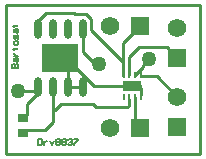
<source format=gtl>
G04*
G04 #@! TF.GenerationSoftware,Altium Limited,Altium Designer,22.5.1 (42)*
G04*
G04 Layer_Physical_Order=1*
G04 Layer_Color=255*
%FSLAX25Y25*%
%MOIN*%
G70*
G04*
G04 #@! TF.SameCoordinates,1AC7F1D8-2E53-444E-B665-E992B51DBB98*
G04*
G04*
G04 #@! TF.FilePolarity,Positive*
G04*
G01*
G75*
G04:AMPARAMS|DCode=13|XSize=19.68mil|YSize=9.84mil|CornerRadius=1.97mil|HoleSize=0mil|Usage=FLASHONLY|Rotation=90.000|XOffset=0mil|YOffset=0mil|HoleType=Round|Shape=RoundedRectangle|*
%AMROUNDEDRECTD13*
21,1,0.01968,0.00591,0,0,90.0*
21,1,0.01575,0.00984,0,0,90.0*
1,1,0.00394,0.00295,0.00787*
1,1,0.00394,0.00295,-0.00787*
1,1,0.00394,-0.00295,-0.00787*
1,1,0.00394,-0.00295,0.00787*
%
%ADD13ROUNDEDRECTD13*%
%ADD14R,0.03740X0.03150*%
%ADD15R,0.12205X0.09488*%
%ADD16O,0.02362X0.06693*%
G04:AMPARAMS|DCode=17|XSize=35.43mil|YSize=62.99mil|CornerRadius=1.95mil|HoleSize=0mil|Usage=FLASHONLY|Rotation=90.000|XOffset=0mil|YOffset=0mil|HoleType=Round|Shape=RoundedRectangle|*
%AMROUNDEDRECTD17*
21,1,0.03543,0.05909,0,0,90.0*
21,1,0.03154,0.06299,0,0,90.0*
1,1,0.00390,0.02955,0.01577*
1,1,0.00390,0.02955,-0.01577*
1,1,0.00390,-0.02955,-0.01577*
1,1,0.00390,-0.02955,0.01577*
%
%ADD17ROUNDEDRECTD17*%
%ADD21C,0.06181*%
%ADD22R,0.06181X0.06181*%
%ADD23R,0.06181X0.06181*%
%ADD24C,0.01968*%
%ADD27C,0.01000*%
%ADD28C,0.00500*%
%ADD29C,0.05000*%
D13*
X375047Y305240D02*
D03*
X377016D02*
D03*
X378984D02*
D03*
X380953D02*
D03*
Y297760D02*
D03*
X378984D02*
D03*
X377016D02*
D03*
X375047D02*
D03*
D14*
X341500Y285941D02*
D03*
Y291059D02*
D03*
D15*
X354000Y311000D02*
D03*
D16*
X361500Y320646D02*
D03*
X356500D02*
D03*
X351500D02*
D03*
X346500D02*
D03*
X361500Y301354D02*
D03*
X356500D02*
D03*
X351500D02*
D03*
X346500D02*
D03*
D17*
X378000Y301500D02*
D03*
D21*
X370500Y321500D02*
D03*
X393000Y321000D02*
D03*
X370500Y287500D02*
D03*
X393000Y298000D02*
D03*
D22*
X380500Y321500D02*
D03*
Y287500D02*
D03*
D23*
X393000Y311000D02*
D03*
Y288000D02*
D03*
D24*
X380165Y301500D02*
D03*
X375835D02*
D03*
X358331Y313165D02*
D03*
Y308835D02*
D03*
X354000Y313165D02*
D03*
Y308835D02*
D03*
X349669Y313165D02*
D03*
Y308835D02*
D03*
D27*
X336000Y279000D02*
X400500D01*
X336000Y328500D02*
X400500D01*
Y279000D02*
Y328500D01*
X336000Y279000D02*
Y328500D01*
X358331Y308835D02*
Y309335D01*
Y308528D02*
Y308835D01*
Y308528D02*
X365358Y301500D01*
X356500Y307504D02*
X358331Y309335D01*
X381000Y298500D02*
Y300665D01*
X380165Y301500D02*
X381000Y300665D01*
X378984Y289016D02*
X380500Y287500D01*
X378984Y289016D02*
Y297760D01*
X375000Y309500D02*
Y316000D01*
X380500Y321500D01*
X345871Y300000D02*
X346500Y300629D01*
X340000Y300000D02*
X340000Y300000D01*
X346500Y300629D02*
Y301354D01*
X340000Y300000D02*
X345871D01*
X346500Y299189D02*
Y301354D01*
X359008Y325492D02*
X362611D01*
X358508Y325992D02*
X359008Y325492D01*
X362611D02*
X364181Y323922D01*
Y320319D02*
Y323922D01*
X349181Y325992D02*
X358508D01*
X364181Y320319D02*
X375000Y309500D01*
Y306500D02*
Y309500D01*
X375024Y305000D02*
Y306476D01*
X375000Y306500D02*
X375024Y306476D01*
X361602Y312898D02*
X365244Y309256D01*
X366744D01*
X367000Y309000D01*
X380172Y314500D02*
X389500D01*
X393000Y311000D01*
X378984Y305240D02*
X381500Y307756D01*
Y308500D02*
X383500Y310500D01*
X381500Y307756D02*
Y308500D01*
X377016Y311344D02*
X380172Y314500D01*
X386228Y304772D02*
X393000Y298000D01*
X364981Y295500D02*
X365792Y294690D01*
X376430D01*
X377016Y295276D01*
X352343Y293500D02*
X354343Y295500D01*
X351500Y293500D02*
X352343D01*
X377016Y295276D02*
Y297276D01*
X354343Y295500D02*
X364981D01*
X377016Y305240D02*
Y311344D01*
X380961Y304772D02*
X386228D01*
X351500Y289500D02*
Y293500D01*
X349000Y287000D02*
X351500Y289500D01*
X343059Y287000D02*
X349000D01*
X365358Y301500D02*
X375835D01*
X361602Y312898D02*
Y320543D01*
X361500Y320646D02*
X361602Y320543D01*
X380953Y304780D02*
Y305240D01*
Y304780D02*
X380961Y304772D01*
X343000Y292059D02*
Y295689D01*
X346500Y299189D01*
X351500Y293500D02*
Y301354D01*
X343000Y286941D02*
X343059Y287000D01*
X356500Y301354D02*
X361500D01*
X356500Y301854D02*
Y307504D01*
X346500Y323311D02*
X349181Y325992D01*
X346500Y321146D02*
Y323311D01*
D28*
Y283999D02*
Y282000D01*
X347500D01*
X347833Y282333D01*
Y283666D01*
X347500Y283999D01*
X346500D01*
X348499Y283333D02*
Y282000D01*
Y282666D01*
X348833Y283000D01*
X349166Y283333D01*
X349499D01*
X350499D02*
X351165Y282000D01*
X351832Y283333D01*
X352498Y283666D02*
X352831Y283999D01*
X353498D01*
X353831Y283666D01*
Y283333D01*
X353498Y283000D01*
X353831Y282666D01*
Y282333D01*
X353498Y282000D01*
X352831D01*
X352498Y282333D01*
Y282666D01*
X352831Y283000D01*
X352498Y283333D01*
Y283666D01*
X352831Y283000D02*
X353498D01*
X354497Y283666D02*
X354831Y283999D01*
X355497D01*
X355830Y283666D01*
Y283333D01*
X355497Y283000D01*
X355830Y282666D01*
Y282333D01*
X355497Y282000D01*
X354831D01*
X354497Y282333D01*
Y282666D01*
X354831Y283000D01*
X354497Y283333D01*
Y283666D01*
X354831Y283000D02*
X355497D01*
X356497Y283666D02*
X356830Y283999D01*
X357496D01*
X357830Y283666D01*
Y283333D01*
X357496Y283000D01*
X357163D01*
X357496D01*
X357830Y282666D01*
Y282333D01*
X357496Y282000D01*
X356830D01*
X356497Y282333D01*
X358496Y283999D02*
X359829D01*
Y283666D01*
X358496Y282333D01*
Y282000D01*
X338001Y307500D02*
X340000D01*
Y308500D01*
X339667Y308833D01*
X339334D01*
X339000Y308500D01*
Y307500D01*
Y308500D01*
X338667Y308833D01*
X338334D01*
X338001Y308500D01*
Y307500D01*
X338667Y309833D02*
Y310499D01*
X339000Y310832D01*
X340000D01*
Y309833D01*
X339667Y309499D01*
X339334Y309833D01*
Y310832D01*
X338667Y311499D02*
X340000D01*
X339334D01*
X339000Y311832D01*
X338667Y312165D01*
Y312498D01*
X338334Y313831D02*
X338667D01*
Y313498D01*
Y314164D01*
Y313831D01*
X339667D01*
X340000Y314164D01*
Y315497D02*
Y316164D01*
X339667Y316497D01*
X339000D01*
X338667Y316164D01*
Y315497D01*
X339000Y315164D01*
X339667D01*
X340000Y315497D01*
Y317163D02*
Y318163D01*
X339667Y318496D01*
X339334Y318163D01*
Y317497D01*
X339000Y317163D01*
X338667Y317497D01*
Y318496D01*
Y319496D02*
Y320163D01*
X339000Y320496D01*
X340000D01*
Y319496D01*
X339667Y319163D01*
X339334Y319496D01*
Y320496D01*
X338334Y321496D02*
X338667D01*
Y321162D01*
Y321829D01*
Y321496D01*
X339667D01*
X340000Y321829D01*
D29*
X340000Y300000D02*
D03*
X367000Y309000D02*
D03*
X383500Y310500D02*
D03*
M02*

</source>
